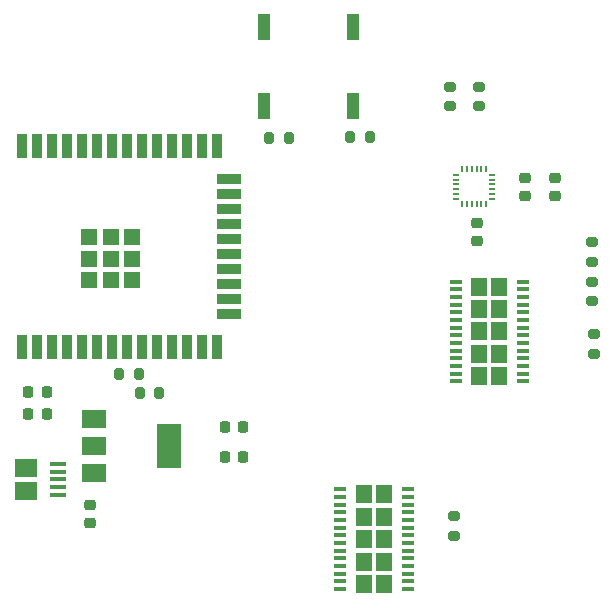
<source format=gbr>
%TF.GenerationSoftware,KiCad,Pcbnew,6.0.10-86aedd382b~118~ubuntu22.04.1*%
%TF.CreationDate,2023-01-14T07:34:14+01:00*%
%TF.ProjectId,servo_control,73657276-6f5f-4636-9f6e-74726f6c2e6b,rev?*%
%TF.SameCoordinates,Original*%
%TF.FileFunction,Paste,Top*%
%TF.FilePolarity,Positive*%
%FSLAX46Y46*%
G04 Gerber Fmt 4.6, Leading zero omitted, Abs format (unit mm)*
G04 Created by KiCad (PCBNEW 6.0.10-86aedd382b~118~ubuntu22.04.1) date 2023-01-14 07:34:14*
%MOMM*%
%LPD*%
G01*
G04 APERTURE LIST*
G04 Aperture macros list*
%AMRoundRect*
0 Rectangle with rounded corners*
0 $1 Rounding radius*
0 $2 $3 $4 $5 $6 $7 $8 $9 X,Y pos of 4 corners*
0 Add a 4 corners polygon primitive as box body*
4,1,4,$2,$3,$4,$5,$6,$7,$8,$9,$2,$3,0*
0 Add four circle primitives for the rounded corners*
1,1,$1+$1,$2,$3*
1,1,$1+$1,$4,$5*
1,1,$1+$1,$6,$7*
1,1,$1+$1,$8,$9*
0 Add four rect primitives between the rounded corners*
20,1,$1+$1,$2,$3,$4,$5,0*
20,1,$1+$1,$4,$5,$6,$7,0*
20,1,$1+$1,$6,$7,$8,$9,0*
20,1,$1+$1,$8,$9,$2,$3,0*%
G04 Aperture macros list end*
%ADD10R,1.400000X1.600000*%
%ADD11R,1.100000X0.400000*%
%ADD12RoundRect,0.200000X-0.275000X0.200000X-0.275000X-0.200000X0.275000X-0.200000X0.275000X0.200000X0*%
%ADD13RoundRect,0.200000X0.275000X-0.200000X0.275000X0.200000X-0.275000X0.200000X-0.275000X-0.200000X0*%
%ADD14RoundRect,0.225000X-0.250000X0.225000X-0.250000X-0.225000X0.250000X-0.225000X0.250000X0.225000X0*%
%ADD15RoundRect,0.225000X-0.225000X-0.250000X0.225000X-0.250000X0.225000X0.250000X-0.225000X0.250000X0*%
%ADD16RoundRect,0.225000X0.250000X-0.225000X0.250000X0.225000X-0.250000X0.225000X-0.250000X-0.225000X0*%
%ADD17RoundRect,0.200000X-0.200000X-0.275000X0.200000X-0.275000X0.200000X0.275000X-0.200000X0.275000X0*%
%ADD18R,0.900000X2.000000*%
%ADD19R,2.000000X0.900000*%
%ADD20R,1.330000X1.330000*%
%ADD21R,1.350000X0.400000*%
%ADD22R,1.900000X1.500000*%
%ADD23R,2.000000X1.500000*%
%ADD24R,2.000000X3.800000*%
%ADD25R,1.120000X2.160000*%
%ADD26RoundRect,0.218750X-0.218750X-0.256250X0.218750X-0.256250X0.218750X0.256250X-0.218750X0.256250X0*%
%ADD27RoundRect,0.200000X0.200000X0.275000X-0.200000X0.275000X-0.200000X-0.275000X0.200000X-0.275000X0*%
%ADD28RoundRect,0.050000X-0.225000X-0.050000X0.225000X-0.050000X0.225000X0.050000X-0.225000X0.050000X0*%
%ADD29RoundRect,0.050000X0.050000X-0.225000X0.050000X0.225000X-0.050000X0.225000X-0.050000X-0.225000X0*%
G04 APERTURE END LIST*
D10*
%TO.C,U1*%
X140120000Y-68770000D03*
X141820000Y-68770000D03*
X140120000Y-66870000D03*
X141820000Y-74470000D03*
X141820000Y-66870000D03*
X140120000Y-74470000D03*
X140120000Y-72570000D03*
X141820000Y-72570000D03*
X141820000Y-70670000D03*
X140120000Y-70670000D03*
D11*
X138120000Y-66445000D03*
X138120000Y-67095000D03*
X138120000Y-67745000D03*
X138120000Y-68395000D03*
X138120000Y-69045000D03*
X138120000Y-69695000D03*
X138120000Y-70345000D03*
X138120000Y-70995000D03*
X138120000Y-71645000D03*
X138120000Y-72295000D03*
X138120000Y-72945000D03*
X138120000Y-73595000D03*
X138120000Y-74245000D03*
X138120000Y-74895000D03*
X143820000Y-74895000D03*
X143820000Y-74245000D03*
X143820000Y-73595000D03*
X143820000Y-72945000D03*
X143820000Y-72295000D03*
X143820000Y-71645000D03*
X143820000Y-70995000D03*
X143820000Y-70345000D03*
X143820000Y-69695000D03*
X143820000Y-69045000D03*
X143820000Y-68395000D03*
X143820000Y-67745000D03*
X143820000Y-67095000D03*
X143820000Y-66445000D03*
%TD*%
D10*
%TO.C,U5*%
X130380000Y-86360000D03*
X132080000Y-86360000D03*
X130380000Y-84460000D03*
X132080000Y-92060000D03*
X132080000Y-84460000D03*
X130380000Y-92060000D03*
X130380000Y-90160000D03*
X132080000Y-90160000D03*
X132080000Y-88260000D03*
X130380000Y-88260000D03*
D11*
X128380000Y-84035000D03*
X128380000Y-84685000D03*
X128380000Y-85335000D03*
X128380000Y-85985000D03*
X128380000Y-86635000D03*
X128380000Y-87285000D03*
X128380000Y-87935000D03*
X128380000Y-88585000D03*
X128380000Y-89235000D03*
X128380000Y-89885000D03*
X128380000Y-90535000D03*
X128380000Y-91185000D03*
X128380000Y-91835000D03*
X128380000Y-92485000D03*
X134080000Y-92485000D03*
X134080000Y-91835000D03*
X134080000Y-91185000D03*
X134080000Y-90535000D03*
X134080000Y-89885000D03*
X134080000Y-89235000D03*
X134080000Y-88585000D03*
X134080000Y-87935000D03*
X134080000Y-87285000D03*
X134080000Y-86635000D03*
X134080000Y-85985000D03*
X134080000Y-85335000D03*
X134080000Y-84685000D03*
X134080000Y-84035000D03*
%TD*%
D12*
%TO.C,R11*%
X138017500Y-87985000D03*
X138017500Y-86335000D03*
%TD*%
%TO.C,R10*%
X149860000Y-72580000D03*
X149860000Y-70930000D03*
%TD*%
D13*
%TO.C,R9*%
X149670000Y-66485000D03*
X149670000Y-68135000D03*
%TD*%
%TO.C,R8*%
X149688546Y-63099781D03*
X149688546Y-64749781D03*
%TD*%
D14*
%TO.C,C1*%
X107180000Y-85325000D03*
X107180000Y-86875000D03*
%TD*%
D15*
%TO.C,C3*%
X118605000Y-81280000D03*
X120155000Y-81280000D03*
%TD*%
D16*
%TO.C,C4*%
X146520000Y-59195000D03*
X146520000Y-57645000D03*
%TD*%
D13*
%TO.C,R1*%
X137623176Y-51618960D03*
X137623176Y-49968960D03*
%TD*%
D17*
%TO.C,R4*%
X111402936Y-75885504D03*
X113052936Y-75885504D03*
%TD*%
D15*
%TO.C,C2*%
X118605000Y-78740000D03*
X120155000Y-78740000D03*
%TD*%
D18*
%TO.C,U3*%
X101420000Y-72000000D03*
X102690000Y-72000000D03*
X103960000Y-72000000D03*
X105230000Y-72000000D03*
X106500000Y-72000000D03*
X107770000Y-72000000D03*
X109040000Y-72000000D03*
X110310000Y-72000000D03*
X111580000Y-72000000D03*
X112850000Y-72000000D03*
X114120000Y-72000000D03*
X115390000Y-72000000D03*
X116660000Y-72000000D03*
X117930000Y-72000000D03*
D19*
X118930000Y-69215000D03*
X118930000Y-67945000D03*
X118930000Y-66675000D03*
X118930000Y-65405000D03*
X118930000Y-64135000D03*
X118930000Y-62865000D03*
X118930000Y-61595000D03*
X118930000Y-60325000D03*
X118930000Y-59055000D03*
X118930000Y-57785000D03*
D18*
X117930000Y-55000000D03*
X116660000Y-55000000D03*
X115390000Y-55000000D03*
X114120000Y-55000000D03*
X112850000Y-55000000D03*
X111580000Y-55000000D03*
X110310000Y-55000000D03*
X109040000Y-55000000D03*
X107770000Y-55000000D03*
X106500000Y-55000000D03*
X105230000Y-55000000D03*
X103960000Y-55000000D03*
X102690000Y-55000000D03*
X101420000Y-55000000D03*
D20*
X107085000Y-66335000D03*
X107085000Y-64500000D03*
X107085000Y-62665000D03*
X108920000Y-66335000D03*
X108920000Y-64500000D03*
X108920000Y-62665000D03*
X110755000Y-66335000D03*
X110755000Y-64500000D03*
X110755000Y-62665000D03*
%TD*%
D21*
%TO.C,J1*%
X104442369Y-81896152D03*
X104442369Y-82546152D03*
X104442369Y-83196152D03*
X104442369Y-83846152D03*
X104442369Y-84496152D03*
D22*
X101742369Y-82196152D03*
X101742369Y-84196152D03*
%TD*%
D13*
%TO.C,R2*%
X140112500Y-51625000D03*
X140112500Y-49975000D03*
%TD*%
D17*
%TO.C,R6*%
X129222656Y-54201464D03*
X130872656Y-54201464D03*
%TD*%
D14*
%TO.C,C6*%
X139935000Y-61455000D03*
X139935000Y-63005000D03*
%TD*%
D16*
%TO.C,C5*%
X143980000Y-59195000D03*
X143980000Y-57645000D03*
%TD*%
D17*
%TO.C,R7*%
X122364142Y-54312035D03*
X124014142Y-54312035D03*
%TD*%
D23*
%TO.C,U2*%
X107523719Y-78087885D03*
X107523719Y-80387885D03*
D24*
X113823719Y-80387885D03*
D23*
X107523719Y-82687885D03*
%TD*%
D25*
%TO.C,SW1*%
X129445000Y-51625000D03*
X129445000Y-44895000D03*
%TD*%
%TO.C,SW2*%
X121920000Y-51625000D03*
X121920000Y-44895000D03*
%TD*%
D26*
%TO.C,D2*%
X101933165Y-77637263D03*
X103508165Y-77637263D03*
%TD*%
D27*
%TO.C,R3*%
X111315000Y-74295000D03*
X109665000Y-74295000D03*
%TD*%
D26*
%TO.C,D1*%
X101930000Y-75800000D03*
X103505000Y-75800000D03*
%TD*%
D28*
%TO.C,U4*%
X138200000Y-57420000D03*
X138200000Y-57820000D03*
X138200000Y-58220000D03*
X138200000Y-58620000D03*
X138200000Y-59020000D03*
X138200000Y-59420000D03*
D29*
X138700000Y-59920000D03*
X139100000Y-59920000D03*
X139500000Y-59920000D03*
X139900000Y-59920000D03*
X140300000Y-59920000D03*
X140700000Y-59920000D03*
D28*
X141200000Y-59420000D03*
X141200000Y-59020000D03*
X141200000Y-58620000D03*
X141200000Y-58220000D03*
X141200000Y-57820000D03*
X141200000Y-57420000D03*
D29*
X140700000Y-56920000D03*
X140300000Y-56920000D03*
X139900000Y-56920000D03*
X139500000Y-56920000D03*
X139100000Y-56920000D03*
X138700000Y-56920000D03*
%TD*%
M02*

</source>
